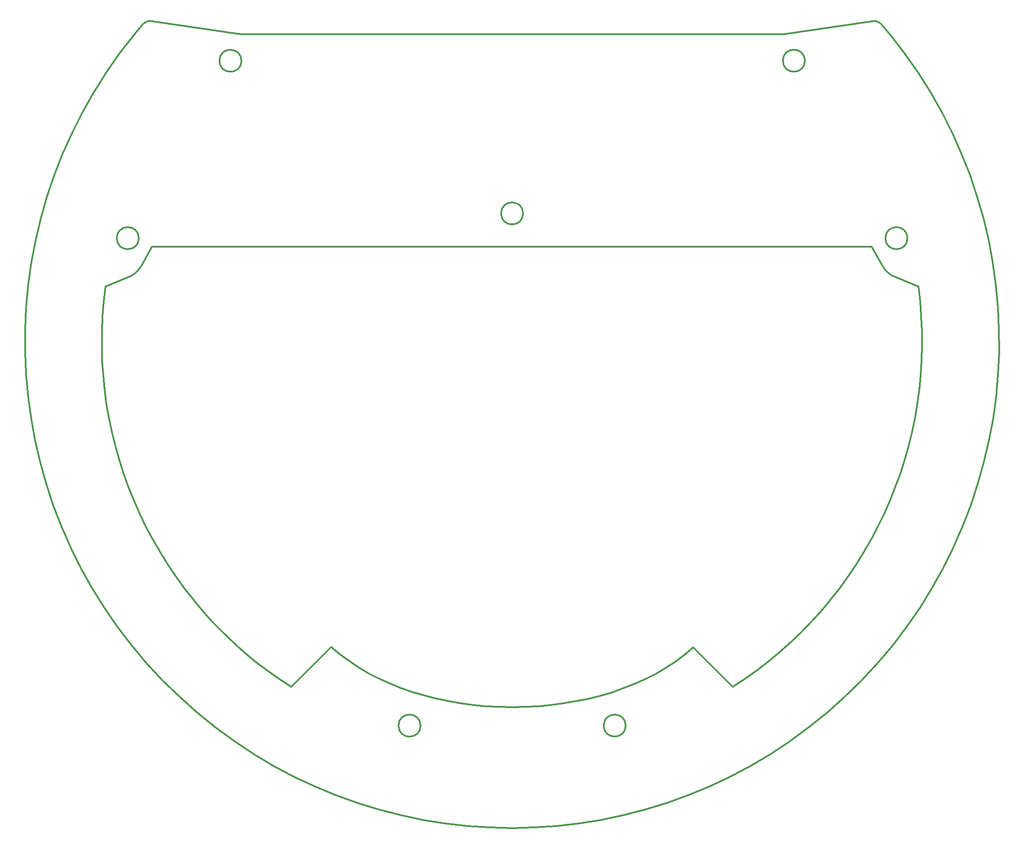
<source format=gm1>
G04 #@! TF.GenerationSoftware,KiCad,Pcbnew,6.0.2-378541a8eb~116~ubuntu20.04.1*
G04 #@! TF.CreationDate,2023-01-27T16:27:25+01:00*
G04 #@! TF.ProjectId,BUCKY_IR,4255434b-595f-4495-922e-6b696361645f,rev?*
G04 #@! TF.SameCoordinates,Original*
G04 #@! TF.FileFunction,Profile,NP*
%FSLAX46Y46*%
G04 Gerber Fmt 4.6, Leading zero omitted, Abs format (unit mm)*
G04 Created by KiCad (PCBNEW 6.0.2-378541a8eb~116~ubuntu20.04.1) date 2023-01-27 16:27:25*
%MOMM*%
%LPD*%
G01*
G04 APERTURE LIST*
G04 #@! TA.AperFunction,Profile*
%ADD10C,0.300000*%
G04 #@! TD*
%ADD11C,0.300000*%
G04 APERTURE END LIST*
D10*
X51046760Y-19073906D02*
X50930860Y-19092196D01*
X42554653Y-70945392D02*
X47169101Y-68986675D01*
X51600000Y-63134387D02*
X49545573Y-66884151D01*
X51380860Y-19057933D02*
X51271960Y-19057190D01*
X194049100Y-19876224D02*
X193916120Y-19729203D01*
X50448460Y-19249606D02*
X50323660Y-19315696D01*
X193916120Y-19729203D02*
X193784840Y-19600683D01*
X49675360Y-19876219D02*
G75*
G03*
X48207730Y-21634387I72192286J-61754116D01*
G01*
X51271960Y-19057190D02*
X51160560Y-19062406D01*
X192000000Y-63134387D02*
X194116155Y-66884151D01*
X50571660Y-19195506D02*
X50448460Y-19249606D01*
X51590660Y-19076658D02*
X51487160Y-19064448D01*
X193400900Y-19315701D02*
X193276130Y-19249611D01*
X161835669Y-63134387D02*
X192000000Y-63134387D01*
D11*
X57005132Y-151050114D02*
X60485843Y-154148209D01*
X64077432Y-157046427D01*
X67772506Y-159744768D01*
X71563672Y-162243232D01*
X75443540Y-164541818D01*
X79404718Y-166640528D01*
X83439814Y-168539361D01*
X87541435Y-170238316D01*
X91702191Y-171737394D01*
X95914689Y-173036596D01*
X100171538Y-174135920D01*
X104465346Y-175035367D01*
X108788721Y-175734937D01*
X113134271Y-176234629D01*
X117494605Y-176534445D01*
X121862331Y-176634384D01*
X126230057Y-176534445D01*
X130590391Y-176234629D01*
X134935941Y-175734937D01*
X139259316Y-175035367D01*
X143553124Y-174135920D01*
X147809973Y-173036596D01*
X152022471Y-171737394D01*
X156183227Y-170238316D01*
X160284848Y-168539361D01*
X164319944Y-166640528D01*
X168281122Y-164541818D01*
X172160990Y-162243232D01*
X175952156Y-159744768D01*
X179647230Y-157046427D01*
X183238819Y-154148209D01*
X186719531Y-151050114D01*
D10*
X192793800Y-19092201D02*
X192677880Y-19073911D01*
X49939660Y-19600678D02*
X49808360Y-19729198D01*
X68947310Y-21634387D02*
X51590660Y-19076658D01*
X49050000Y-61460000D02*
G75*
G03*
X49050000Y-61460000I-2150000J0D01*
G01*
X192343770Y-19057938D02*
X192237510Y-19064453D01*
X144020000Y-156630000D02*
G75*
G03*
X144020000Y-156630000I-2150000J0D01*
G01*
X50930860Y-19092196D02*
X50812960Y-19117946D01*
X193655240Y-19489781D02*
X193527270Y-19395261D01*
X192237510Y-19064453D02*
X192134030Y-19076663D01*
X49808360Y-19729198D02*
X49675360Y-19876219D01*
X50323660Y-19315696D02*
X50197260Y-19395256D01*
X192564120Y-19062411D02*
X192452690Y-19057195D01*
X50812960Y-19117946D02*
X50693160Y-19152026D01*
X193784840Y-19600683D02*
X193655240Y-19489781D01*
X164898432Y-149100339D02*
X157198093Y-141400000D01*
D11*
X47169101Y-68986675D02*
X47445728Y-68859178D01*
X47713018Y-68715685D01*
X47970347Y-68556748D01*
X48217093Y-68382917D01*
X48452631Y-68194745D01*
X48676339Y-67992782D01*
X48887593Y-67777580D01*
X49085770Y-67549691D01*
X49270248Y-67309665D01*
X49440402Y-67058055D01*
X49545573Y-66884151D01*
X157198093Y-141400000D02*
X155530427Y-142809890D01*
X153758101Y-144128795D01*
X151888105Y-145356689D01*
X149927433Y-146493547D01*
X147883074Y-147539344D01*
X145762022Y-148494055D01*
X143571268Y-149357656D01*
X141317803Y-150130120D01*
X139008620Y-150811425D01*
X136650709Y-151401543D01*
X134251063Y-151900451D01*
X131816674Y-152308123D01*
X129354533Y-152624535D01*
X126871632Y-152849661D01*
X124374962Y-152983476D01*
X121871516Y-153025956D01*
X119368285Y-152977076D01*
X116872261Y-152836810D01*
X114390435Y-152605134D01*
X111929799Y-152282022D01*
X109497346Y-151867450D01*
X107100066Y-151361393D01*
X104744951Y-150763825D01*
X102438994Y-150074722D01*
X100189186Y-149294059D01*
X98002518Y-148421811D01*
X95885982Y-147457953D01*
X93846571Y-146402459D01*
X91891275Y-145255306D01*
X90027087Y-144016467D01*
X88260998Y-142685918D01*
X86600000Y-141263635D01*
D10*
X50693160Y-19152026D02*
X50571660Y-19195506D01*
X192677880Y-19073911D02*
X192564120Y-19062411D01*
X51487160Y-19064448D02*
X51380860Y-19057933D01*
X104000000Y-156640000D02*
G75*
G03*
X104000000Y-156640000I-2150000J0D01*
G01*
X192452690Y-19057195D02*
X192343770Y-19057938D01*
X193031470Y-19152031D02*
X192911710Y-19117950D01*
X69070000Y-26820000D02*
G75*
G03*
X69070000Y-26820000I-2150000J0D01*
G01*
X198970000Y-61460000D02*
G75*
G03*
X198970000Y-61460000I-2150000J0D01*
G01*
X195516933Y-21634387D02*
G75*
G03*
X194049100Y-19876224I-73656389J-60001514D01*
G01*
X196492626Y-68986675D02*
X201107075Y-70945392D01*
X78763296Y-149100339D02*
X86600000Y-141263635D01*
X51160560Y-19062406D02*
X51046760Y-19073906D01*
X81889011Y-63134387D02*
X51600000Y-63134387D01*
D11*
X186719531Y-151050114D02*
X190046559Y-147787533D01*
X193181690Y-144400775D01*
X196124422Y-140897215D01*
X198874255Y-137284227D01*
X201430687Y-133569185D01*
X203793217Y-129759466D01*
X205961342Y-125862443D01*
X207934563Y-121885491D01*
X209712378Y-117835985D01*
X211294285Y-113721299D01*
X212679783Y-109548809D01*
X213868370Y-105325890D01*
X214859546Y-101059915D01*
X215652810Y-96758261D01*
X216247659Y-92428300D01*
X216643592Y-88077410D01*
X216840109Y-83712963D01*
X216836707Y-79342335D01*
X216632886Y-74972900D01*
X216228144Y-70612034D01*
X215621979Y-66267111D01*
X214813892Y-61945506D01*
X213803379Y-57654594D01*
X212589941Y-53401749D01*
X211173074Y-49194346D01*
X209552280Y-45039760D01*
X207727055Y-40945366D01*
X205696898Y-36918538D01*
X203461309Y-32966651D01*
X201019786Y-29097081D01*
X198371828Y-25317201D01*
X195516933Y-21634387D01*
D10*
X192134030Y-19076663D02*
X174777360Y-21634387D01*
X193527270Y-19395261D02*
X193400900Y-19315701D01*
X81889011Y-63134387D02*
X161835669Y-63134387D01*
X192911710Y-19117950D02*
X192793800Y-19092201D01*
X50069260Y-19489776D02*
X49939660Y-19600678D01*
X124010000Y-56630000D02*
G75*
G03*
X124010000Y-56630000I-2150000J0D01*
G01*
X174777360Y-21634387D02*
X68947310Y-21634387D01*
X193152970Y-19195511D02*
X193031470Y-19152031D01*
X50197260Y-19395256D02*
X50069260Y-19489776D01*
D11*
X194116155Y-66884151D02*
X194276413Y-67143178D01*
X194451411Y-67390988D01*
X194640524Y-67627029D01*
X194843130Y-67850751D01*
X195058604Y-68061601D01*
X195286325Y-68259028D01*
X195525668Y-68442481D01*
X195776010Y-68611409D01*
X196036729Y-68765259D01*
X196307201Y-68903481D01*
X196492626Y-68986675D01*
X201107075Y-70945392D02*
X201445709Y-73838894D01*
X201678178Y-76727718D01*
X201805613Y-79609419D01*
X201829144Y-82481556D01*
X201749906Y-85341686D01*
X201569028Y-88187364D01*
X201287642Y-91016150D01*
X200906881Y-93825600D01*
X200427876Y-96613271D01*
X199851759Y-99376721D01*
X199179662Y-102113506D01*
X198412716Y-104821184D01*
X197552053Y-107497312D01*
X196598804Y-110139448D01*
X195554102Y-112745148D01*
X194419079Y-115311969D01*
X193194865Y-117837470D01*
X191882593Y-120319206D01*
X190483394Y-122754736D01*
X188998401Y-125141616D01*
X187428744Y-127477404D01*
X185775556Y-129759657D01*
X184039969Y-131985932D01*
X182223113Y-134153786D01*
X180326121Y-136260777D01*
X178350125Y-138304461D01*
X176296256Y-140282397D01*
X174165646Y-142192140D01*
X171959427Y-144031249D01*
X169678731Y-145797280D01*
X167324688Y-147487791D01*
X164898432Y-149100339D01*
X78763296Y-149100339D02*
X76337039Y-147487791D01*
X73982996Y-145797280D01*
X71702300Y-144031249D01*
X69496081Y-142192140D01*
X67365471Y-140282397D01*
X65311602Y-138304461D01*
X63335606Y-136260777D01*
X61438614Y-134153786D01*
X59621758Y-131985932D01*
X57886171Y-129759657D01*
X56232983Y-127477404D01*
X54663326Y-125141616D01*
X53178333Y-122754736D01*
X51779134Y-120319206D01*
X50466862Y-117837470D01*
X49242648Y-115311969D01*
X48107625Y-112745148D01*
X47062923Y-110139448D01*
X46109674Y-107497312D01*
X45249011Y-104821184D01*
X44482065Y-102113506D01*
X43809968Y-99376721D01*
X43233851Y-96613271D01*
X42754846Y-93825600D01*
X42374085Y-91016150D01*
X42092699Y-88187364D01*
X41911821Y-85341686D01*
X41832583Y-82481556D01*
X41856114Y-79609419D01*
X41983549Y-76727718D01*
X42216018Y-73838894D01*
X42554653Y-70945392D01*
D10*
X193276130Y-19249611D02*
X193152970Y-19195511D01*
D11*
X48207730Y-21634387D02*
X45352834Y-25317201D01*
X42704876Y-29097081D01*
X40263353Y-32966651D01*
X38027764Y-36918538D01*
X35997607Y-40945366D01*
X34172382Y-45039760D01*
X32551588Y-49194346D01*
X31134722Y-53401749D01*
X29921283Y-57654594D01*
X28910770Y-61945506D01*
X28102683Y-66267111D01*
X27496518Y-70612034D01*
X27091776Y-74972900D01*
X26887955Y-79342335D01*
X26884553Y-83712963D01*
X27081070Y-88077410D01*
X27477003Y-92428300D01*
X28071852Y-96758261D01*
X28865116Y-101059915D01*
X29856292Y-105325890D01*
X31044879Y-109548809D01*
X32430377Y-113721299D01*
X34012284Y-117835985D01*
X35790099Y-121885491D01*
X37763320Y-125862443D01*
X39931445Y-129759466D01*
X42293975Y-133569185D01*
X44850407Y-137284227D01*
X47600240Y-140897215D01*
X50542972Y-144400775D01*
X53678103Y-147787533D01*
X57005132Y-151050114D01*
D10*
X178970000Y-26810000D02*
G75*
G03*
X178970000Y-26810000I-2150000J0D01*
G01*
M02*

</source>
